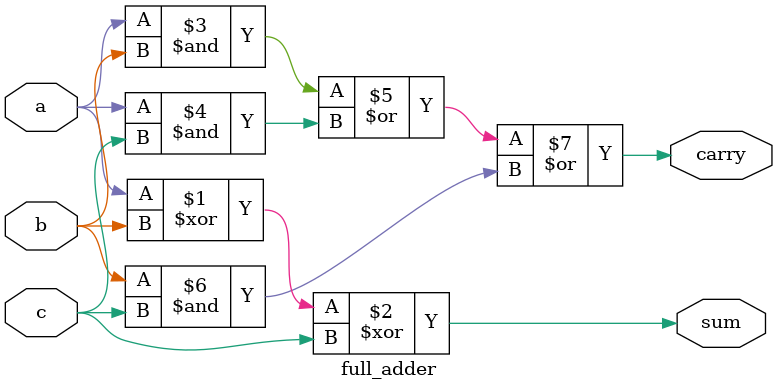
<source format=v>
module full_adder(input a,b,c, output sum,carry);
assign sum=a^b^c;
assign carry=a&b|a&c|b&c;



endmodule

</source>
